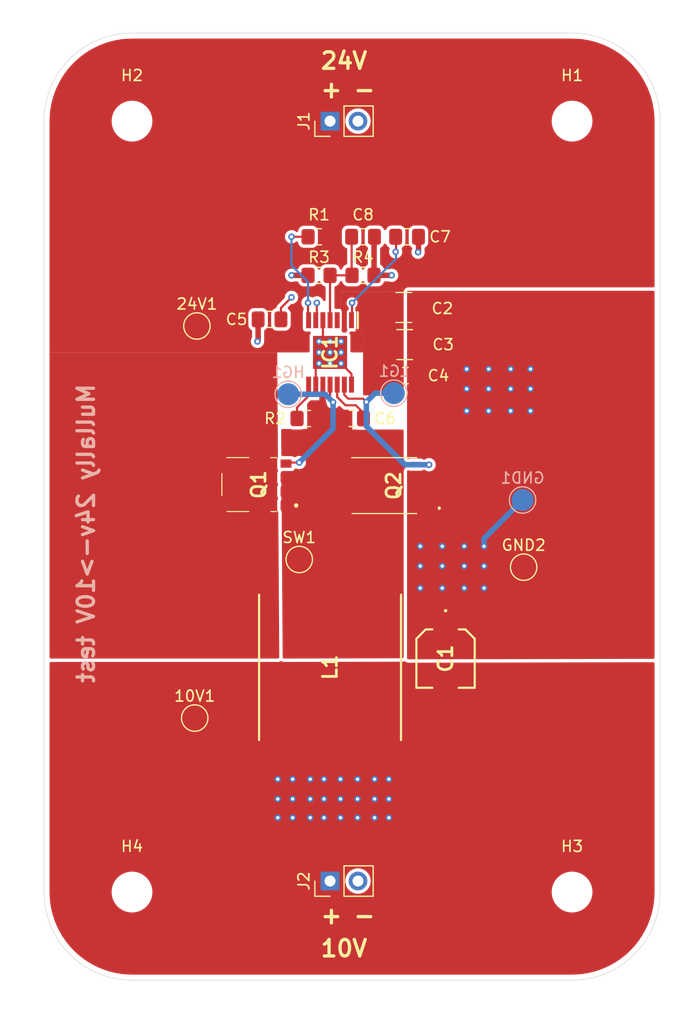
<source format=kicad_pcb>
(kicad_pcb (version 20241229) (generator "pcbnew") (generator_version "9.0")
  (layers (0 "F.Cu" signal) (4 "In1.Cu" power "GND") (6 "In2.Cu" power "10V") (2 "B.Cu" signal) (13 "F.Paste" user) (15 "B.Paste" user) (5 "F.SilkS" user "F.Silkscreen") (7 "B.SilkS" user "B.Silkscreen") (1 "F.Mask" user) (3 "B.Mask" user) (25 "Edge.Cuts" user))
  (net 0 "")
  (net 1 "+10V")
  (net 2 "GND")
  (net 3 "+24V")
  (net 4 "/SS")
  (net 5 "/BSTcap")
  (net 6 "/SW")
  (net 7 "/VCCcap")
  (net 8 "/Fbcap")
  (net 9 "/Rlim")
  (net 10 "/LG")
  (net 11 "/RON")
  (net 12 "/HG")
  (footprint "TestPoint:TestPoint_Pad_D2.0mm" (layer "F.Cu") (at 123.9 89.6)
    (property "Reference" "24V1" (at 0 -1.998 0) (layer "F.SilkS"))
    (property "Value" "24V_TP")
    (fp_circle (center 0 0) (end 0 1.2) (stroke (width 0.12)) (fill no) (layer "F.SilkS"))
    (pad "1" smd circle (at 0 0) (size 2 2) (layers "F.Cu" "F.Mask") (net 3 "+24V"))
  )
  (footprint "MountingHole:MountingHole_3.2mm_M3" (layer "F.Cu") (at 118 71)
    (property "Reference" "H2" (at 0 -4.15 0) (layer "F.SilkS"))
    (property "Value" "M")
    (pad "" np_thru_hole circle (at 0 0) (size 3.2 3.2) (drill 3.2) (layers "*.Cu" "*.Mask"))
  )
  (footprint "MountingHole:MountingHole_3.2mm_M3" (layer "F.Cu") (at 158 71)
    (property "Reference" "H1" (at 0 -4.15 0) (layer "F.SilkS"))
    (property "Value" "M")
    (pad "" np_thru_hole circle (at 0 0) (size 3.2 3.2) (drill 3.2) (layers "*.Cu" "*.Mask"))
  )
  (footprint "TestPoint:TestPoint_Pad_D2.0mm" (layer "F.Cu") (at 123.7 125.2)
    (property "Reference" "10V1" (at 0 -1.998 0) (layer "F.SilkS"))
    (property "Value" "10V_TP")
    (fp_circle (center 0 0) (end 0 1.2) (stroke (width 0.12)) (fill no) (layer "F.SilkS"))
    (pad "1" smd circle (at 0 0) (size 2 2) (layers "F.Cu" "F.Mask") (net 1 "+10V"))
  )
  (footprint "Resistor_SMD:R_0805_2012Metric_Pad1.20x1.40mm_HandSolder" (layer "F.Cu") (at 139 85)
    (property "Reference" "R4" (at 0 -1.65 0) (layer "F.SilkS"))
    (property "Value" "158K")
    (fp_line (start -0.227064 -0.735) (end 0.227064 -0.735) (stroke (width 0.12)) (layer "F.SilkS"))
    (fp_line (start -0.227064 0.735) (end 0.227064 0.735) (stroke (width 0.12)) (layer "F.SilkS"))
    (pad "1" smd roundrect (at -1 0) (size 1.2 1.4) (layers "F.Cu" "F.Mask" "F.Paste") (roundrect_rratio 0.208333) (net 8 "/Fbcap"))
    (pad "2" smd roundrect (at 1 0) (size 1.2 1.4) (layers "F.Cu" "F.Mask" "F.Paste") (roundrect_rratio 0.208333) (net 1 "+10V"))
  )
  (footprint "SamacSys_Parts:BSC097N06NS" (layer "F.Cu") (at 140.925 104.095 90)
    (property "Reference" "Q2" (at 0 0.862 90) (layer "F.SilkS") (effects (font (size 1.27 1.27) (thickness 0.254))))
    (property "Value" "BSC097N06NS" (hide yes))
    (fp_line (start 2.537 -2.95) (end 2.537 -2.95) (stroke (width 0.1)) (layer "F.SilkS"))
    (fp_line (start 2.537 -2.95) (end 2.537 2.95) (stroke (width 0.1)) (layer "F.SilkS"))
    (fp_line (start -2.538 -2.925) (end -2.538 -2.925) (stroke (width 0.1)) (layer "F.SilkS"))
    (fp_line (start -2.538 -2.925) (end -2.538 2.95) (stroke (width 0.1)) (layer "F.SilkS"))
    (fp_line (start 2.537 2.95) (end 2.537 -2.95) (stroke (width 0.1)) (layer "F.SilkS"))
    (fp_line (start 2.537 2.95) (end 2.537 2.95) (stroke (width 0.1)) (layer "F.SilkS"))
    (fp_line (start -2.538 2.95) (end -2.538 -2.925) (stroke (width 0.1)) (layer "F.SilkS"))
    (fp_line (start -2.538 2.95) (end -2.538 2.95) (stroke (width 0.1)) (layer "F.SilkS"))
    (fp_line (start -2 5) (end -2 5) (stroke (width 0.2)) (layer "F.SilkS"))
    (fp_line (start -2.1 5) (end -2.1 5) (stroke (width 0.2)) (layer "F.SilkS"))
    (fp_line (start -2.1 5) (end -2.1 5) (stroke (width 0.2)) (layer "F.SilkS"))
    (fp_arc (start -2 5) (mid -2.05 5.05) (end -2.1 5) (stroke (width 0.2)) (layer "F.SilkS"))
    (fp_arc (start -2 5) (mid -2.05 5.05) (end -2.1 5) (stroke (width 0.2)) (layer "F.SilkS"))
    (fp_arc (start -2.1 5) (mid -2.05 4.95) (end -2 5) (stroke (width 0.2)) (layer "F.SilkS"))
    (pad "1" smd rect (at -1.905 2.863 90) (size 0.5 0.925) (layers "F.Cu" "F.Mask" "F.Paste") (net 2 "GND"))
    (pad "2" smd rect (at -0.635 2.863 90) (size 0.5 0.925) (layers "F.Cu" "F.Mask" "F.Paste") (net 2 "GND"))
    (pad "3" smd rect (at 0.635 2.863 90) (size 0.5 0.925) (layers "F.Cu" "F.Mask" "F.Paste") (net 2 "GND"))
    (pad "4" smd rect (at 1.905 2.863 90) (size 0.5 0.925) (layers "F.Cu" "F.Mask" "F.Paste") (net 10 "/LG"))
    (pad "5" smd rect (at 1.905 -2.925 90) (size 0.6 0.8) (layers "F.Cu" "F.Mask" "F.Paste") (net 6 "/SW"))
    (pad "6" smd rect (at 0.635 -2.925 90) (size 0.6 0.8) (layers "F.Cu" "F.Mask" "F.Paste") (net 6 "/SW"))
    (pad "7" smd rect (at -0.635 -2.925 90) (size 0.6 0.8) (layers "F.Cu" "F.Mask" "F.Paste") (net 6 "/SW"))
    (pad "8" smd rect (at -1.905 -2.925 90) (size 0.6 0.8) (layers "F.Cu" "F.Mask" "F.Paste") (net 6 "/SW"))
    (pad "9" smd rect (at 0 -0.697 180) (size 3.655 4.41) (layers "F.Cu" "F.Mask" "F.Paste") (net 6 "/SW"))
  )
  (footprint "MountingHole:MountingHole_3.2mm_M3" (layer "F.Cu") (at 118 141)
    (property "Reference" "H4" (at 0 -4.15 0) (layer "F.SilkS"))
    (property "Value" "M")
    (pad "" np_thru_hole circle (at 0 0) (size 3.2 3.2) (drill 3.2) (layers "*.Cu" "*.Mask"))
  )
  (footprint "Connector_PinHeader_2.54mm:PinHeader_1x02_P2.54mm_Vertical" (layer "F.Cu") (at 136 71 90)
    (property "Reference" "J1" (at 0 -2.38 90) (layer "F.SilkS"))
    (property "Value" "VIN")
    (fp_line (start -1.38 -1.38) (end 0 -1.38) (stroke (width 0.12)) (layer "F.SilkS"))
    (fp_line (start -1.38 0) (end -1.38 -1.38) (stroke (width 0.12)) (layer "F.SilkS"))
    (fp_line (start 1.38 1.27) (end 1.38 3.92) (stroke (width 0.12)) (layer "F.SilkS"))
    (fp_line (start -1.38 1.27) (end 1.38 1.27) (stroke (width 0.12)) (layer "F.SilkS"))
    (fp_line (start -1.38 1.27) (end -1.38 3.92) (stroke (width 0.12)) (layer "F.SilkS"))
    (fp_line (start -1.38 3.92) (end 1.38 3.92) (stroke (width 0.12)) (layer "F.SilkS"))
    (pad "1" thru_hole rect (at 0 0 90) (size 1.7 1.7) (drill 1) (layers "*.Cu" "*.Mask") (net 3 "+24V"))
    (pad "2" thru_hole circle (at 0 2.54 90) (size 1.7 1.7) (drill 1) (layers "*.Cu" "*.Mask") (net 2 "GND"))
  )
  (footprint "SamacSys_Parts:16SVF82M" (layer "F.Cu") (at 146.5 119.8 -90)
    (property "Reference" "C1" (at 0 0 90) (layer "F.SilkS") (effects (font (size 1.27 1.27) (thickness 0.254))))
    (property "Value" "39uF" (hide yes))
    (fp_line (start -1.8 2.65) (end 2.65 2.65) (stroke (width 0.2)) (layer "F.SilkS"))
    (fp_line (start 2.65 2.65) (end 2.65 1.2) (stroke (width 0.2)) (layer "F.SilkS"))
    (fp_line (start -2.65 1.8) (end -1.8 2.65) (stroke (width 0.2)) (layer "F.SilkS"))
    (fp_line (start -2.65 1.2) (end -2.65 1.8) (stroke (width 0.2)) (layer "F.SilkS"))
    (fp_line (start -4.4 0) (end -4.4 0) (stroke (width 0.2)) (layer "F.SilkS"))
    (fp_line (start -4.3 0) (end -4.3 0) (stroke (width 0.2)) (layer "F.SilkS"))
    (fp_line (start -4.3 0) (end -4.3 0) (stroke (width 0.2)) (layer "F.SilkS"))
    (fp_line (start -2.65 -1.2) (end -2.65 -1.8) (stroke (width 0.2)) (layer "F.SilkS"))
    (fp_line (start -2.65 -1.8) (end -1.8 -2.65) (stroke (width 0.2)) (layer "F.SilkS"))
    (fp_line (start -1.8 -2.65) (end 2.65 -2.65) (stroke (width 0.2)) (layer "F.SilkS"))
    (fp_line (start 2.65 -2.65) (end 2.65 -1.2) (stroke (width 0.2)) (layer "F.SilkS"))
    (fp_arc (start -4.4 0) (mid -4.35 -0.05) (end -4.3 0) (stroke (width 0.2)) (layer "F.SilkS"))
    (fp_arc (start -4.4 0) (mid -4.35 -0.05) (end -4.3 0) (stroke (width 0.2)) (layer "F.SilkS"))
    (fp_arc (start -4.3 0) (mid -4.35 0.05) (end -4.4 0) (stroke (width 0.2)) (layer "F.SilkS"))
    (pad "1" smd rect (at -2.2 0) (size 1.6 3) (layers "F.Cu" "F.Mask" "F.Paste") (net 2 "GND"))
    (pad "2" smd rect (at 2.2 0) (size 1.6 3) (layers "F.Cu" "F.Mask" "F.Paste") (net 1 "+10V"))
  )
  (footprint "SamacSys_Parts:INDPM132129X640N" (layer "F.Cu") (at 136 120.6 -90)
    (property "Reference" "L1" (at 0 0 90) (layer "F.SilkS") (effects (font (size 1.27 1.27) (thickness 0.254))))
    (property "Value" "4.7uF" (hide yes))
    (fp_line (start -6.6 6.45) (end 6.6 6.45) (stroke (width 0.2)) (layer "F.SilkS"))
    (fp_line (start 6.6 -6.45) (end -6.6 -6.45) (stroke (width 0.2)) (layer "F.SilkS"))
    (pad "1" smd rect (at -5.6 0 270) (size 3.55 4.9) (layers "F.Cu" "F.Mask" "F.Paste") (net 6 "/SW"))
    (pad "2" smd rect (at 5.6 0 270) (size 3.55 4.9) (layers "F.Cu" "F.Mask" "F.Paste") (net 1 "+10V"))
  )
  (footprint "Capacitor_SMD:C_0805_2012Metric_Pad1.18x1.45mm_HandSolder" (layer "F.Cu") (at 142.85 94.11)
    (property "Reference" "C4" (at 3 0 0) (layer "F.SilkS"))
    (property "Value" "100nF")
    (fp_line (start -0.261252 -0.735) (end 0.261252 -0.735) (stroke (width 0.12)) (layer "F.SilkS"))
    (fp_line (start -0.261252 0.735) (end 0.261252 0.735) (stroke (width 0.12)) (layer "F.SilkS"))
    (pad "1" smd roundrect (at -1.0375 0) (size 1.175 1.45) (layers "F.Cu" "F.Mask" "F.Paste") (roundrect_rratio 0.212766) (net 3 "+24V"))
    (pad "2" smd roundrect (at 1.0375 0) (size 1.175 1.45) (layers "F.Cu" "F.Mask" "F.Paste") (roundrect_rratio 0.212766) (net 2 "GND"))
  )
  (footprint "SamacSys_Parts:SOP65P640X110-15N" (layer "F.Cu") (at 136 92 -90)
    (property "Reference" "IC1" (at 0 0 90) (layer "F.SilkS") (effects (font (size 1.27 1.27) (thickness 0.254))))
    (property "Value" "LM3150MH_NOPB" (hide yes))
    (fp_line (start -3.65 -2.525) (end -2.2 -2.525) (stroke (width 0.2)) (layer "F.SilkS"))
    (pad "1" smd rect (at -2.925 -1.95) (size 0.45 1.45) (layers "F.Cu" "F.Mask" "F.Paste") (net 7 "/VCCcap"))
    (pad "2" smd rect (at -2.925 -1.3) (size 0.45 1.45) (layers "F.Cu" "F.Mask" "F.Paste") (net 3 "+24V"))
    (pad "3" smd rect (at -2.925 -0.65) (size 0.45 1.45) (layers "F.Cu" "F.Mask" "F.Paste"))
    (pad "4" smd rect (at -2.925 0) (size 0.45 1.45) (layers "F.Cu" "F.Mask" "F.Paste") (net 8 "/Fbcap"))
    (pad "5" smd rect (at -2.925 0.65) (size 0.45 1.45) (layers "F.Cu" "F.Mask" "F.Paste") (net 2 "GND"))
    (pad "6" smd rect (at -2.925 1.3) (size 0.45 1.45) (layers "F.Cu" "F.Mask" "F.Paste") (net 4 "/SS"))
    (pad "7" smd rect (at -2.925 1.95) (size 0.45 1.45) (layers "F.Cu" "F.Mask" "F.Paste") (net 11 "/RON"))
    (pad "8" smd rect (at 2.925 1.95) (size 0.45 1.45) (layers "F.Cu" "F.Mask" "F.Paste") (net 9 "/Rlim"))
    (pad "9" smd rect (at 2.925 1.3) (size 0.45 1.45) (layers "F.Cu" "F.Mask" "F.Paste") (net 2 "GND"))
    (pad "10" smd rect (at 2.925 0.65) (size 0.45 1.45) (layers "F.Cu" "F.Mask" "F.Paste") (net 6 "/SW"))
    (pad "11" smd rect (at 2.925 0) (size 0.45 1.45) (layers "F.Cu" "F.Mask" "F.Paste") (net 12 "/HG"))
    (pad "12" smd rect (at 2.925 -0.65) (size 0.45 1.45) (layers "F.Cu" "F.Mask" "F.Paste") (net 5 "/BSTcap"))
    (pad "13" smd rect (at 2.925 -1.3) (size 0.45 1.45) (layers "F.Cu" "F.Mask" "F.Paste") (net 10 "/LG"))
    (pad "14" smd rect (at 2.925 -1.95) (size 0.45 1.45) (layers "F.Cu" "F.Mask" "F.Paste") (net 2 "GND"))
    (pad "15" smd rect (at 0 0 270) (size 3 3.1) (layers "F.Cu" "F.Mask" "F.Paste") (net 2 "GND"))
  )
  (footprint "Capacitor_SMD:C_0805_2012Metric_Pad1.18x1.45mm_HandSolder" (layer "F.Cu") (at 130.5 89 180)
    (property "Reference" "C5" (at 3 0 0) (layer "F.SilkS"))
    (property "Value" "15nF")
    (fp_line (start -0.261252 0.735) (end 0.261252 0.735) (stroke (width 0.12)) (layer "F.SilkS"))
    (fp_line (start -0.261252 -0.735) (end 0.261252 -0.735) (stroke (width 0.12)) (layer "F.SilkS"))
    (pad "1" smd roundrect (at -1.0375 0 180) (size 1.175 1.45) (layers "F.Cu" "F.Mask" "F.Paste") (roundrect_rratio 0.212766) (net 4 "/SS"))
    (pad "2" smd roundrect (at 1.0375 0 180) (size 1.175 1.45) (layers "F.Cu" "F.Mask" "F.Paste") (roundrect_rratio 0.212766) (net 2 "GND"))
  )
  (footprint "SamacSys_Parts:NRVTS10100EMFST1G" (layer "F.Cu") (at 132.021 105.905 90)
    (property "Reference" "Q1" (at 1.905 -2.509 90) (layer "F.SilkS") (effects (font (size 1.27 1.27) (thickness 0.254))))
    (property "Value" "NTMFS5C670NLT1G" (hide yes))
    (fp_line (start 0.905 -5.85) (end 2.905 -5.85) (stroke (width 0.1)) (layer "F.SilkS"))
    (fp_line (start 4.355 -5.4) (end 4.355 -3.4) (stroke (width 0.1)) (layer "F.SilkS"))
    (fp_line (start -0.545 -5.4) (end -0.545 -3.4) (stroke (width 0.1)) (layer "F.SilkS"))
    (fp_line (start 4.355 -1.4) (end 4.355 -0.9) (stroke (width 0.1)) (layer "F.SilkS"))
    (fp_line (start -0.545 -1.4) (end -0.545 -0.9) (stroke (width 0.1)) (layer "F.SilkS"))
    (fp_line (start 0.105 0.9) (end 0.105 0.9) (stroke (width 0.2)) (layer "F.SilkS"))
    (fp_line (start -0.095 0.9) (end -0.095 0.9) (stroke (width 0.2)) (layer "F.SilkS"))
    (fp_arc (start 0.105 0.9) (mid 0.005 1) (end -0.095 0.9) (stroke (width 0.2)) (layer "F.SilkS"))
    (fp_arc (start -0.095 0.9) (mid 0.005 0.8) (end 0.105 0.9) (stroke (width 0.2)) (layer "F.SilkS"))
    (pad "1" smd rect (at 0 -0.021 90) (size 0.75 1) (layers "F.Cu" "F.Mask" "F.Paste") (net 6 "/SW"))
    (pad "2" smd rect (at 1.27 -0.021 90) (size 0.75 1) (layers "F.Cu" "F.Mask" "F.Paste") (net 6 "/SW"))
    (pad "3" smd rect (at 2.54 -0.021 90) (size 0.75 1) (layers "F.Cu" "F.Mask" "F.Paste") (net 6 "/SW"))
    (pad "4" smd rect (at 3.81 -0.021 90) (size 0.75 1) (layers "F.Cu" "F.Mask" "F.Paste") (net 12 "/HG"))
    (pad "5" smd rect (at 0 -5.779 180) (size 0.475 0.75) (layers "F.Cu" "F.Mask" "F.Paste") (net 3 "+24V"))
    (pad "5" smd rect (at 1.905 -4.179 180) (size 2.73 4.56) (layers "F.Cu" "F.Mask" "F.Paste") (net 3 "+24V"))
    (pad "5" smd rect (at 1.905 -2.364 180) (size 0.91 5.55) (layers "F.Cu" "F.Mask" "F.Paste") (net 3 "+24V"))
    (pad "5" smd rect (at 1.905 -1.699 180) (size 0.43 4.56) (layers "F.Cu" "F.Mask" "F.Paste") (net 3 "+24V"))
    (pad "5" smd rect (at 3.81 -5.779 180) (size 0.475 0.75) (layers "F.Cu" "F.Mask" "F.Paste") (net 3 "+24V"))
  )
  (footprint "Capacitor_SMD:C_0805_2012Metric_Pad1.18x1.45mm_HandSolder" (layer "F.Cu") (at 143 81.5)
    (property "Reference" "C7" (at 3 0 0) (layer "F.SilkS"))
    (property "Value" "2.2uF")
    (fp_line (start -0.261252 -0.735) (end 0.261252 -0.735) (stroke (width 0.12)) (layer "F.SilkS"))
    (fp_line (start -0.261252 0.735) (end 0.261252 0.735) (stroke (width 0.12)) (layer "F.SilkS"))
    (pad "1" smd roundrect (at -1.0375 0) (size 1.175 1.45) (layers "F.Cu" "F.Mask" "F.Paste") (roundrect_rratio 0.212766) (net 7 "/VCCcap"))
    (pad "2" smd roundrect (at 1.0375 0) (size 1.175 1.45) (layers "F.Cu" "F.Mask" "F.Paste") (roundrect_rratio 0.212766) (net 2 "GND"))
  )
  (footprint "Connector_PinHeader_2.54mm:PinHeader_1x02_P2.54mm_Vertical" (layer "F.Cu") (at 136 140 90)
    (property "Reference" "J2" (at 0 -2.38 90) (layer "F.SilkS"))
    (property "Value" "VOUT")
    (fp_line (start -1.38 -1.38) (end 0 -1.38) (stroke (width 0.12)) (layer "F.SilkS"))
    (fp_line (start -1.38 0) (end -1.38 -1.38) (stroke (width 0.12)) (layer "F.SilkS"))
    (fp_line (start 1.38 1.27) (end 1.38 3.92) (stroke (width 0.12)) (layer "F.SilkS"))
    (fp_line (start -1.38 1.27) (end 1.38 1.27) (stroke (width 0.12)) (layer "F.SilkS"))
    (fp_line (start -1.38 1.27) (end -1.38 3.92) (stroke (width 0.12)) (layer "F.SilkS"))
    (fp_line (start -1.38 3.92) (end 1.38 3.92) (stroke (width 0.12)) (layer "F.SilkS"))
    (pad "1" thru_hole rect (at 0 0 90) (size 1.7 1.7) (drill 1) (layers "*.Cu" "*.Mask") (net 1 "+10V"))
    (pad "2" thru_hole circle (at 0 2.54 90) (size 1.7 1.7) (drill 1) (layers "*.Cu" "*.Mask") (net 2 "GND"))
  )
  (footprint "Resistor_SMD:R_0805_2012Metric_Pad1.20x1.40mm_HandSolder" (layer "F.Cu") (at 135 81.5 180)
    (property "Reference" "R1" (at 0 2 0) (layer "F.SilkS"))
    (property "Value" "150K")
    (fp_line (start -0.227064 0.735) (end 0.227064 0.735) (stroke (width 0.12)) (layer "F.SilkS"))
    (fp_line (start -0.227064 -0.735) (end 0.227064 -0.735) (stroke (width 0.12)) (layer "F.SilkS"))
    (pad "1" smd roundrect (at -1 0 180) (size 1.2 1.4) (layers "F.Cu" "F.Mask" "F.Paste") (roundrect_rratio 0.208333) (net 3 "+24V"))
    (pad "2" smd roundrect (at 1 0 180) (size 1.2 1.4) (layers "F.Cu" "F.Mask" "F.Paste") (roundrect_rratio 0.208333) (net 11 "/RON"))
  )
  (footprint "Capacitor_SMD:C_1210_3225Metric_Pad1.33x2.70mm_HandSolder" (layer "F.Cu") (at 142.78 91.29)
    (property "Reference" "C3" (at 3.5 0 0) (layer "F.SilkS"))
    (property "Value" "10uF")
    (fp_line (start -0.711252 -1.36) (end 0.711252 -1.36) (stroke (width 0.12)) (layer "F.SilkS"))
    (fp_line (start -0.711252 1.36) (end 0.711252 1.36) (stroke (width 0.12)) (layer "F.SilkS"))
    (pad "1" smd roundrect (at -1.5625 0) (size 1.325 2.7) (layers "F.Cu" "F.Mask" "F.Paste") (roundrect_rratio 0.188679) (net 3 "+24V"))
    (pad "2" smd roundrect (at 1.5625 0) (size 1.325 2.7) (layers "F.Cu" "F.Mask" "F.Paste") (roundrect_rratio 0.188679) (net 2 "GND"))
  )
  (footprint "TestPoint:TestPoint_Pad_D2.0mm" (layer "F.Cu") (at 133.2 110.8)
    (property "Reference" "SW1" (at 0 -1.998 0) (layer "F.SilkS"))
    (property "Value" "Sw_TP")
    (fp_circle (center 0 0) (end 0 1.2) (stroke (width 0.12)) (fill no) (layer "F.SilkS"))
    (pad "1" smd circle (at 0 0) (size 2 2) (layers "F.Cu" "F.Mask") (net 6 "/SW"))
  )
  (footprint "Resistor_SMD:R_0805_2012Metric_Pad1.20x1.40mm_HandSolder" (layer "F.Cu") (at 134 98)
    (property "Reference" "R2" (at -3 0 0) (layer "F.SilkS"))
    (property "Value" "931")
    (fp_line (start -0.227064 -0.735) (end 0.227064 -0.735) (stroke (width 0.12)) (layer "F.SilkS"))
    (fp_line (start -0.227064 0.735) (end 0.227064 0.735) (stroke (width 0.12)) (layer "F.SilkS"))
    (pad "1" smd roundrect (at -1 0) (size 1.2 1.4) (layers "F.Cu" "F.Mask" "F.Paste") (roundrect_rratio 0.208333) (net 9 "/Rlim"))
    (pad "2" smd roundrect (at 1 0) (size 1.2 1.4) (layers "F.Cu" "F.Mask" "F.Paste") (roundrect_rratio 0.208333) (net 6 "/SW"))
  )
  (footprint "Capacitor_SMD:C_0805_2012Metric_Pad1.18x1.45mm_HandSolder" (layer "F.Cu") (at 139 81.5 180)
    (property "Reference" "C8" (at 0 2 0) (layer "F.SilkS"))
    (property "Value" "100nF")
    (fp_line (start -0.261252 0.735) (end 0.261252 0.735) (stroke (width 0.12)) (layer "F.SilkS"))
    (fp_line (start -0.261252 -0.735) (end 0.261252 -0.735) (stroke (width 0.12)) (layer "F.SilkS"))
    (pad "1" smd roundrect (at -1.0375 0 180) (size 1.175 1.45) (layers "F.Cu" "F.Mask" "F.Paste") (roundrect_rratio 0.212766) (net 1 "+10V"))
    (pad "2" smd roundrect (at 1.0375 0 180) (size 1.175 1.45) (layers "F.Cu" "F.Mask" "F.Paste") (roundrect_rratio 0.212766) (net 8 "/Fbcap"))
  )
  (footprint "Resistor_SMD:R_0805_2012Metric_Pad1.20x1.40mm_HandSolder" (layer "F.Cu") (at 135 85)
    (property "Reference" "R3" (at 0 -1.65 0) (layer "F.SilkS"))
    (property "Value" "10K")
    (fp_line (start -0.227064 -0.735) (end 0.227064 -0.735) (stroke (width 0.12)) (layer "F.SilkS"))
    (fp_line (start -0.227064 0.735) (end 0.227064 0.735) (stroke (width 0.12)) (layer "F.SilkS"))
    (pad "1" smd roundrect (at -1 0) (size 1.2 1.4) (layers "F.Cu" "F.Mask" "F.Paste") (roundrect_rratio 0.208333) (net 2 "GND"))
    (pad "2" smd roundrect (at 1 0) (size 1.2 1.4) (layers "F.Cu" "F.Mask" "F.Paste") (roundrect_rratio 0.208333) (net 8 "/Fbcap"))
  )
  (footprint "TestPoint:TestPoint_Pad_D2.0mm" (layer "F.Cu") (at 153.6 111.5)
    (property "Reference" "GND2" (at 0 -1.998 0) (layer "F.SilkS"))
    (property "Value" "GND_TP")
    (fp_circle (center 0 0) (end 0 1.2) (stroke (width 0.12)) (fill no) (layer "F.SilkS"))
    (pad "1" smd circle (at 0 0) (size 2 2) (layers "F.Cu" "F.Mask") (net 2 "GND"))
  )
  (footprint "MountingHole:MountingHole_3.2mm_M3" (layer "F.Cu") (at 158 141)
    (property "Reference" "H3" (at 0 -4.15 0) (layer "F.SilkS"))
    (property "Value" "M")
    (pad "" np_thru_hole circle (at 0 0) (size 3.2 3.2) (drill 3.2) (layers "*.Cu" "*.Mask"))
  )
  (footprint "Capacitor_SMD:C_1210_3225Metric_Pad1.33x2.70mm_HandSolder" (layer "F.Cu") (at 142.71 87.92)
    (property "Reference" "C2" (at 3.5 0.09 0) (layer "F.SilkS"))
    (property "Value" "10uF")
    (fp_line (start -0.711252 -1.36) (end 0.711252 -1.36) (stroke (width 0.12)) (layer "F.SilkS"))
    (fp_line (start -0.711252 1.36) (end 0.711252 1.36) (stroke (width 0.12)) (layer "F.SilkS"))
    (pad "1" smd roundrect (at -1.5625 0) (size 1.325 2.7) (layers "F.Cu" "F.Mask" "F.Paste") (roundrect_rratio 0.188679) (net 3 "+24V"))
    (pad "2" smd roundrect (at 1.5625 0) (size 1.325 2.7) (layers "F.Cu" "F.Mask" "F.Paste") (roundrect_rratio 0.188679) (net 2 "GND"))
  )
  (footprint "Capacitor_SMD:C_0805_2012Metric_Pad1.18x1.45mm_HandSolder" (layer "F.Cu") (at 138 98 180)
    (property "Reference" "C6" (at -3 0 0) (layer "F.SilkS"))
    (property "Value" "470nF")
    (fp_line (start -0.261252 0.735) (end 0.261252 0.735) (stroke (width 0.12)) (layer "F.SilkS"))
    (fp_line (start -0.261252 -0.735) (end 0.261252 -0.735) (stroke (width 0.12)) (layer "F.SilkS"))
    (pad "1" smd roundrect (at -1.0375 0 180) (size 1.175 1.45) (layers "F.Cu" "F.Mask" "F.Paste") (roundrect_rratio 0.212766) (net 5 "/BSTcap"))
    (pad "2" smd roundrect (at 1.0375 0 180) (size 1.175 1.45) (layers "F.Cu" "F.Mask" "F.Paste") (roundrect_rratio 0.212766) (net 6 "/SW"))
  )
  (footprint "TestPoint:TestPoint_Pad_D2.0mm" (layer "B.Cu") (at 153.5 105.4 180)
    (property "Reference" "GND1" (at 0 1.998 0) (layer "B.SilkS") (effects (justify mirror)))
    (property "Value" "GND_TP")
    (fp_circle (center 0 0) (end 0 -1.2) (stroke (width 0.12)) (fill no) (layer "B.SilkS"))
    (pad "1" smd circle (at 0 0 180) (size 2 2) (layers "B.Cu" "B.Mask") (net 2 "GND"))
  )
  (footprint "TestPoint:TestPoint_Pad_D2.0mm" (layer "B.Cu") (at 132.2 95.8 180)
    (property "Reference" "HG1" (at 0 1.998 0) (layer "B.SilkS") (effects (justify mirror)))
    (property "Value" "HG_TP")
    (fp_circle (center 0 0) (end 0 -1.2) (stroke (width 0.12)) (fill no) (layer "B.SilkS"))
    (pad "1" smd circle (at 0 0 180) (size 2 2) (layers "B.Cu" "B.Mask") (net 12 "/HG"))
  )
  (footprint "TestPoint:TestPoint_Pad_D2.0mm" (layer "B.Cu") (at 141.8 95.7 180)
    (property "Reference" "LG1" (at 0 1.998 0) (layer "B.SilkS") (effects (justify mirror)))
    (property "Value" "LG_TP")
    (fp_circle (center 0 0) (end 0 -1.2) (stroke (width 0.12)) (fill no) (layer "B.SilkS"))
    (pad "1" smd circle (at 0 0 180) (size 2 2) (layers "B.Cu" "B.Mask") (net 10 "/LG"))
  )
  (gr_arc (start 166 141) (mid 163.656854 146.656854) (end 158 149) (stroke (width 0.05)) (layer "Edge.Cuts"))
  (gr_arc (start 158 63) (mid 163.656854 65.343146) (end 166 71) (stroke (width 0.05)) (layer "Edge.Cuts"))
  (gr_line (start 118 63) (end 158 63) (stroke (width 0.05)) (layer "Edge.Cuts"))
  (gr_line (start 158 149) (end 118 149) (stroke (width 0.05)) (layer "Edge.Cuts"))
  (gr_arc (start 110 71) (mid 112.343146 65.343146) (end 118 63) (stroke (width 0.05)) (layer "Edge.Cuts"))
  (gr_line (start 110 141) (end 110 71) (stroke (width 0.05)) (layer "Edge.Cuts"))
  (gr_line (start 166 71) (end 166 141) (stroke (width 0.05)) (layer "Edge.Cuts"))
  (gr_arc (start 118 149) (mid 112.343146 146.656854) (end 110 141) (stroke (width 0.05)) (layer "Edge.Cuts"))
  (gr_text "+" (at 135 69 0) (layer "F.SilkS") (effects (font (size 1.5 1.5) (thickness 0.3) (bold yes)) (justify left bottom)))
  (gr_text "+" (at 135 144 0) (layer "F.SilkS") (effects (font (size 1.5 1.5) (thickness 0.3) (bold yes)) (justify left bottom)))
  (gr_text "10V" (at 135 147 0) (layer "F.SilkS") (effects (font (size 1.5 1.5) (thickness 0.3) (bold yes)) (justify left bottom)))
  (gr_text "-" (at 138 69 0) (layer "F.SilkS") (effects (font (size 1.5 1.5) (thickness 0.3) (bold yes)) (justify left bottom)))
  (gr_text "-" (at 138 144 0) (layer "F.SilkS") (effects (font (size 1.5 1.5) (thickness 0.3) (bold yes)) (justify left bottom)))
  (gr_text "24V" (at 135 66.4 0) (layer "F.SilkS") (effects (font (size 1.5 1.5) (thickness 0.3) (bold yes)) (justify left bottom)))
  (gr_text "Mullally 24v->10V test" (at 114.7 94.7 90) (layer "B.SilkS") (effects (font (size 1.5 1.5) (thickness 0.3) (bold yes)) (justify left bottom mirror)))
  (segment (start 140 81.5375) (end 140.0375 81.5) (width 0.5) (layer "F.Cu") (net 1))
  (segment (start 140 85) (end 140 81.5375) (width 0.5) (layer "F.Cu") (net 1))
  (segment (start 140 85) (end 141.6 85) (width 0.5) (layer "F.Cu") (net 1))
  (via (at 135.45 134.25) (size 0.6) (drill 0.3) (layers "F.Cu" "B.Cu") (net 1))
  (via (at 132.6 134.25) (size 0.6) (drill 0.3) (layers "F.Cu" "B.Cu") (net 1))
  (via (at 131.25 134.25) (size 0.6) (drill 0.3) (layers "F.Cu" "B.Cu") (net 1))
  (via (at 132.6 132.55) (size 0.6) (drill 0.3) (layers "F.Cu" "B.Cu") (net 1))
  (via (at 136.95 134.25) (size 0.6) (drill 0.3) (layers "F.Cu" "B.Cu") (net 1))
  (via (at 141.35 130.75) (size 0.6) (drill 0.3) (layers "F.Cu" "B.Cu") (net 1))
  (via (at 134.2 130.75) (size 0.6) (drill 0.3) (layers "F.Cu" "B.Cu") (net 1))
  (via (at 136.95 130.75) (size 0.6) (drill 0.3) (layers "F.Cu" "B.Cu") (net 1))
  (via (at 131.25 130.75) (size 0.6) (drill 0.3) (layers "F.Cu" "B.Cu") (net 1))
  (via (at 131.25 132.55) (size 0.6) (drill 0.3) (layers "F.Cu" "B.Cu") (net 1))
  (via (at 135.45 132.55) (size 0.6) (drill 0.3) (layers "F.Cu" "B.Cu") (net 1))
  (via (at 134.2 132.55) (size 0.6) (drill 0.3) (layers "F.Cu" "B.Cu") (net 1))
  (via (at 138.5 132.55) (size 0.6) (drill 0.3) (layers "F.Cu" "B.Cu") (net 1))
  (via (at 141.35 132.55) (size 0.6) (drill 0.3) (layers "F.Cu" "B.Cu") (net 1))
  (via (at 132.6 130.75) (size 0.6) (drill 0.3) (layers "F.Cu" "B.Cu") (net 1))
  (via (at 134.2 134.25) (size 0.6) (drill 0.3) (layers "F.Cu" "B.Cu") (net 1))
  (via (at 141.35 134.25) (size 0.6) (drill 0.3) (layers "F.Cu" "B.Cu") (net 1))
  (via (at 138.5 130.75) (size 0.6) (drill 0.3) (layers "F.Cu" "B.Cu") (net 1))
  (via (at 136.95 132.55) (size 0.6) (drill 0.3) (layers "F.Cu" "B.Cu") (net 1))
  (via (at 140.05 134.25) (size 0.6) (drill 0.3) (layers "F.Cu" "B.Cu") (net 1))
  (via (at 141.6 85) (size 0.6) (drill 0.3) (layers "F.Cu" "B.Cu") (net 1))
  (via (at 140.05 130.75) (size 0.6) (drill 0.3) (layers "F.Cu" "B.Cu") (net 1))
  (via (at 140.05 132.55) (size 0.6) (drill 0.3) (layers "F.Cu" "B.Cu") (net 1))
  (via (at 135.45 130.75) (size 0.6) (drill 0.3) (layers "F.Cu" "B.Cu") (net 1))
  (via (at 138.5 134.25) (size 0.6) (drill 0.3) (layers "F.Cu" "B.Cu") (net 1))
  (segment (start 144.0375 82.8625) (end 144 82.9) (width 0.5) (layer "F.Cu") (net 2))
  (segment (start 137.95 94.925) (end 137.95 93.95) (width 0.2) (layer "F.Cu") (net 2))
  (segment (start 129.4625 90.9375) (end 129.4 91) (width 0.5) (layer "F.Cu") (net 2))
  (segment (start 137.95 93.95) (end 136 92) (width 0.2) (layer "F.Cu") (net 2))
  (segment (start 135.35 91.35) (end 136 92) (width 0.2) (layer "F.Cu") (net 2))
  (segment (start 144.0375 81.5) (end 144.0375 82.8625) (width 0.5) (layer "F.Cu") (net 2))
  (segment (start 135.35 89.075) (end 135.35 91.35) (width 0.2) (layer "F.Cu") (net 2))
  (segment (start 129.4625 89) (end 129.4625 90.9375) (width 0.5) (layer "F.Cu") (net 2))
  (segment (start 134.7 93.3) (end 136 92) (width 0.2) (layer "F.Cu") (net 2))
  (segment (start 134.7 94.925) (end 134.7 93.3) (width 0.2) (layer "F.Cu") (net 2))
  (segment (start 134 85) (end 132.5 85) (width 0.5) (layer "F.Cu") (net 2))
  (via (at 154.22 97.31) (size 0.6) (drill 0.3) (layers "F.Cu" "B.Cu") (net 2))
  (via (at 148.42 97.31) (size 0.6) (drill 0.3) (layers "F.Cu" "B.Cu") (net 2))
  (via (at 152.42 97.31) (size 0.6) (drill 0.3) (layers "F.Cu" "B.Cu") (net 2))
  (via (at 148.2 109.6) (size 0.6) (drill 0.3) (layers "F.Cu" "B.Cu") (net 2))
  (via (at 146.2 109.6) (size 0.6) (drill 0.3) (layers "F.Cu" "B.Cu") (net 2))
  (via (at 137 91) (size 0.6) (drill 0.3) (layers "F.Cu" "B.Cu") (net 2))
  (via (at 150 113.4) (size 0.6) (drill 0.3) (layers "F.Cu" "B.Cu") (net 2))
  (via (at 146.2 113.4) (size 0.6) (drill 0.3) (layers "F.Cu" "B.Cu") (net 2))
  (via (at 137 93) (size 0.6) (drill 0.3) (layers "F.Cu" "B.Cu") (net 2))
  (via (at 144 82.9) (size 0.6) (drill 0.3) (layers "F.Cu" "B.Cu") (net 2))
  (via (at 136 93) (size 0.6) (drill 0.3) (layers "F.Cu" "B.Cu") (net 2))
  (via (at 150.42 93.51) (size 0.6) (drill 0.3) (layers "F.Cu" "B.Cu") (net 2))
  (via (at 148.2 111.4) (size 0.6) (drill 0.3) (layers "F.Cu" "B.Cu") (net 2))
  (via (at 135 93) (size 0.6) (drill 0.3) (layers "F.Cu" "B.Cu") (net 2))
  (via (at 150.42 97.31) (size 0.6) (drill 0.3) (layers "F.Cu" "B.Cu") (net 2))
  (via (at 150 111.4) (size 0.6) (drill 0.3) (layers "F.Cu" "B.Cu") (net 2))
  (via (at 129.4 91) (size 0.6) (drill 0.3) (layers "F.Cu" "B.Cu") (net 2))
  (via (at 144.2 111.4) (size 0.6) (drill 0.3) (layers "F.Cu" "B.Cu") (net 2))
  (via (at 135 91) (size 0.6) (drill 0.3) (layers "F.Cu" "B.Cu") (net 2))
  (via (at 135 92) (size 0.6) (drill 0.3) (layers "F.Cu" "B.Cu") (net 2))
  (via (at 136 92) (size 0.6) (drill 0.3) (layers "F.Cu" "B.Cu") (net 2))
  (via (at 148.42 93.51) (size 0.6) (drill 0.3) (layers "F.Cu" "B.Cu") (net 2))
  (via (at 136 91) (size 0.6) (drill 0.3) (layers "F.Cu" "B.Cu") (net 2))
  (via (at 146.2 111.4) (size 0.6) (drill 0.3) (layers "F.Cu" "B.Cu") (net 2))
  (via (at 148.2 113.4) (size 0.6) (drill 0.3) (layers "F.Cu" "B.Cu") (net 2))
  (via (at 144.2 113.4) (size 0.6) (drill 0.3) (layers "F.Cu" "B.Cu") (net 2))
  (via (at 154.22 93.51) (size 0.6) (drill 0.3) (layers "F.Cu" "B.Cu") (net 2))
  (via (at 154.22 95.31) (size 0.6) (drill 0.3) (layers "F.Cu" "B.Cu") (net 2))
  (via (at 137 92) (size 0.6) (drill 0.3) (layers "F.Cu" "B.Cu") (net 2))
  (via (at 152.42 93.51) (size 0.6) (drill 0.3) (layers "F.Cu" "B.Cu") (net 2))
  (via (at 152.42 95.31) (size 0.6) (drill 0.3) (layers "F.Cu" "B.Cu") (net 2))
  (via (at 150.42 95.31) (size 0.6) (drill 0.3) (layers "F.Cu" "B.Cu") (net 2))
  (via (at 148.42 95.31) (size 0.6) (drill 0.3) (layers "F.Cu" "B.Cu") (net 2))
  (via (at 150 109.6) (size 0.6) (drill 0.3) (layers "F.Cu" "B.Cu") (net 2))
  (via (at 144.2 109.6) (size 0.6) (drill 0.3) (layers "F.Cu" "B.Cu") (net 2))
  (via (at 132.5 85) (size 0.6) (drill 0.3) (layers "F.Cu" "B.Cu") (net 2))
  (segment (start 150 108.9) (end 153.5 105.4) (width 0.5) (layer "B.Cu") (net 2))
  (segment (start 150 109.6) (end 150 108.9) (width 0.5) (layer "B.Cu") (net 2))
  (segment (start 131.5375 87.9625) (end 132.5 87) (width 0.2) (layer "F.Cu") (net 4))
  (segment (start 134.800003 87.5) (end 134.800003 88.974997) (width 0.2) (layer "F.Cu") (net 4))
  (segment (start 134.800003 88.974997) (end 134.7 89.075) (width 0.2) (layer "F.Cu") (net 4))
  (segment (start 131.5375 89) (end 131.5375 87.9625) (width 0.2) (layer "F.Cu") (net 4))
  (via (at 134.800003 87.5) (size 0.6) (drill 0.3) (layers "F.Cu" "B.Cu") (net 4))
  (via (at 132.5 87) (size 0.6) (drill 0.3) (layers "F.Cu" "B.Cu") (net 4))
  (segment (start 134.800003 87.54994) (end 134.800003 87.5) (width 0.2) (layer "B.Cu") (net 4))
  (segment (start 137.4 96.8) (end 136.65 96.05) (width 0.2) (layer "F.Cu") (net 5))
  (segment (start 136.65 96.05) (end 136.65 94.925) (width 0.2) (layer "F.Cu") (net 5))
  (segment (start 139.0375 97.5) (end 138.3375 96.8) (width 0.2) (layer "F.Cu") (net 5))
  (segment (start 138.3375 96.8) (end 137.4 96.8) (width 0.2) (layer "F.Cu") (net 5))
  (segment (start 141.9625 81.5) (end 141.9625 81.2) (width 0.2) (layer "F.Cu") (net 7))
  (segment (start 141.9625 82.8625) (end 142 82.825) (width 0.2) (layer "F.Cu") (net 7))
  (segment (start 142 81.5375) (end 141.9625 81.5) (width 0.2) (layer "F.Cu") (net 7))
  (segment (start 138 89.025) (end 137.95 89.075) (width 0.2) (layer "F.Cu") (net 7))
  (segment (start 138 87.5) (end 138 89.025) (width 0.2) (layer "F.Cu") (net 7))
  (segment (start 142 82.825) (end 142 81.5375) (width 0.2) (layer "F.Cu") (net 7))
  (via (at 138 87.5) (size 0.6) (drill 0.3) (layers "F.Cu" "B.Cu") (net 7))
  (via (at 141.9625 82.8625) (size 0.6) (drill 0.3) (layers "F.Cu" "B.Cu") (net 7))
  (segment (start 142 83.5) (end 138 87.5) (width 0.2) (layer "B.Cu") (net 7))
  (segment (start 142 82.9) (end 142 83.5) (width 0.2) (layer "B.Cu") (net 7))
  (segment (start 141.9625 82.8625) (end 142 82.9) (width 0.2) (layer "B.Cu") (net 7))
  (segment (start 137.9625 81.5) (end 137.9625 84.9625) (width 0.2) (layer "F.Cu") (net 8))
  (segment (start 138 85) (end 136 85) (width 0.2) (layer "F.Cu") (net 8))
  (segment (start 136 85) (end 136 89.075) (width 0.2) (layer "F.Cu") (net 8))
  (segment (start 137.9625 84.9625) (end 138 85) (width 0.2) (layer "F.Cu") (net 8))
  (segment (start 134.05 95.95) (end 134.05 94.925) (width 0.2) (layer "F.Cu") (net 9))
  (segment (start 133 98) (end 133 97) (width 0.2) (layer "F.Cu") (net 9))
  (segment (start 133 97) (end 134.05 95.95) (width 0.2) (layer "F.Cu") (net 9))
  (segment (start 137.3 95.85) (end 137.3 94.925) (width 0.2) (layer "F.Cu") (net 10))
  (segment (start 139 96.2) (end 137.65 96.2) (width 0.2) (layer "F.Cu") (net 10))
  (segment (start 143.788 102.19) (end 144.99 102.19) (width 0.2) (layer "F.Cu") (net 10))
  (segment (start 144.99 102.19) (end 145 102.2) (width 0.2) (layer "F.Cu") (net 10))
  (segment (start 137.65 96.2) (end 137.3 95.85) (width 0.2) (layer "F.Cu") (net 10))
  (segment (start 139.3 96.5) (end 139 96.2) (width 0.2) (layer "F.Cu") (net 10))
  (via (at 139.3 96.5) (size 0.6) (drill 0.3) (layers "F.Cu" "B.Cu") (net 10))
  (via (at 145 102.2) (size 0.6) (drill 0.3) (layers "F.Cu" "B.Cu") (net 10))
  (segment (start 142.8 102.2) (end 145 102.2) (width 0.5) (layer "B.Cu") (net 10))
  (segment (start 140.1 95.7) (end 139.55 96.25) (width 0.5) (layer "B.Cu") (net 10))
  (segment (start 139.55 96.25) (end 139.3 96.5) (width 0.5) (layer "B.Cu") (net 10))
  (segment (start 139.3 96.5) (end 139.3 98.7) (width 0.5) (layer "B.Cu") (net 10))
  (segment (start 139.3 98.7) (end 142.8 102.2) (width 0.5) (layer "B.Cu") (net 10))
  (segment (start 141.8 95.7) (end 140.1 95.7) (width 0.5) (layer "B.Cu") (net 10))
  (segment (start 134 87.5) (end 134 89.025) (width 0.2) (layer "F.Cu") (net 11))
  (segment (start 134 89.025) (end 134.05 89.075) (width 0.2) (layer "F.Cu") (net 11))
  (segment (start 134 81.5) (end 132.5 81.5) (width 0.2) (layer "F.Cu") (net 11))
  (via (at 132.5 81.5) (size 0.6) (drill 0.3) (layers "F.Cu" "B.Cu") (net 11))
  (via (at 134 87.5) (size 0.6) (drill 0.3) (layers "F.Cu" "B.Cu") (net 11))
  (segment (start 132.5 81.5) (end 132.5 84.1) (width 0.2) (layer "B.Cu") (net 11))
  (segment (start 132.5 84.1) (end 134 85.6) (width 0.2) (layer "B.Cu") (net 11))
  (segment (start 134 85.6) (end 134 87.5) (width 0.2) (layer "B.Cu") (net 11))
  (segment (start 136.275736 96.524264) (end 136 96.248528) (width 0.2) (layer "F.Cu") (net 12))
  (segment (start 133.2 102) (end 132.095 102) (width 0.2) (layer "F.Cu") (net 12))
  (segment (start 136 96.248528) (end 136 94.925) (width 0.2) (layer "F.Cu") (net 12))
  (segment (start 132.095 102) (end 132 102.095) (width 0.2) (layer "F.Cu") (net 12))
  (via (at 136.275736 96.524264) (size 0.6) (drill 0.3) (layers "F.Cu" "B.Cu") (net 12))
  (via (at 133.2 102) (size 0.6) (drill 0.3) (layers "F.Cu" "B.Cu") (net 12))
  (segment (start 136.275736 98.924264) (end 133.2 102) (width 0.5) (layer "B.Cu") (net 12))
  (segment (start 132.2 95.8) (end 135.551472 95.8) (width 0.5) (layer "B.Cu") (net 12))
  (segment (start 135.551472 95.8) (end 136.275736 96.524264) (width 0.5) (layer "B.Cu") (net 12))
  (segment (start 136.275736 96.524264) (end 136.275736 98.924264) (width 0.5) (layer "B.Cu") (net 12))
  (zone (net 1) (net_name "+10V") (layer "F.Cu") (priority 3) (connect_pads yes (clearance 0.3)) (min_thickness 0.25) (fill yes (thermal_gap 0.5) (thermal_bridge_width 0.5))
    (polygon (pts (xy 108 119.8) (xy 167.5 119.8) (xy 167.5 153) (xy 108 153)))
  )
  (zone (net 3) (net_name "+24V") (layer "F.Cu") (priority 6) (connect_pads yes (clearance 0.3)) (min_thickness 0.25) (fill yes (thermal_gap 0.5) (thermal_bridge_width 0.5))
    (polygon (pts (xy 106.70866 119.8) (xy 107.010834 92) (xy 131.2 92) (xy 131.388859 119.8)))
  )
  (zone (net 3) (net_name "+24V") (layer "F.Cu") (priority 4) (connect_pads yes (clearance 0.2)) (min_thickness 0.25) (fill yes (thermal_gap 0.5) (thermal_bridge_width 0.5))
    (polygon (pts (xy 137 90) (xy 137 86.5) (xy 143 86.5) (xy 143 95.91) (xy 139 95.91) (xy 139 90)))
  )
  (zone (net 2) (net_name "GND") (layer "F.Cu") (priority 7) (connect_pads yes (clearance 0.3)) (min_thickness 0.25) (fill yes (thermal_gap 0.5) (thermal_bridge_width 0.5))
    (polygon (pts (xy 143 102.7) (xy 143 92.4) (xy 143 86.4) (xy 166.861917 86.4) (xy 167.436709 119.820113) (xy 143 119.869476)))
  )
  (zone (net 3) (net_name "+24V") (layer "F.Cu") (priority 2) (connect_pads yes (clearance 0.3)) (min_thickness 0.25) (fill yes (thermal_gap 0.5) (thermal_bridge_width 0.5))
    (polygon (pts (xy 107 92) (xy 168 92) (xy 168 62) (xy 107 62)))
  )
  (zone (net 6) (net_name "/SW") (layer "F.Cu") (priority 5) (connect_pads yes (clearance 0.3)) (min_thickness 0.25) (fill yes (thermal_gap 0.5) (thermal_bridge_width 0.5))
    (polygon (pts (xy 135.675 94.3) (xy 135.025 94.3) (xy 135.025 96.35) (xy 133.925 96.35) (xy 133.925 98.95) (xy 131.325 98.95) (xy 131.325 119.8) (xy 143 119.775) (xy 143 106.4) (xy 143 99) (xy 138.025 99) (xy 138.025 96.375) (xy 135.675 96.375)))
  )
)
</source>
